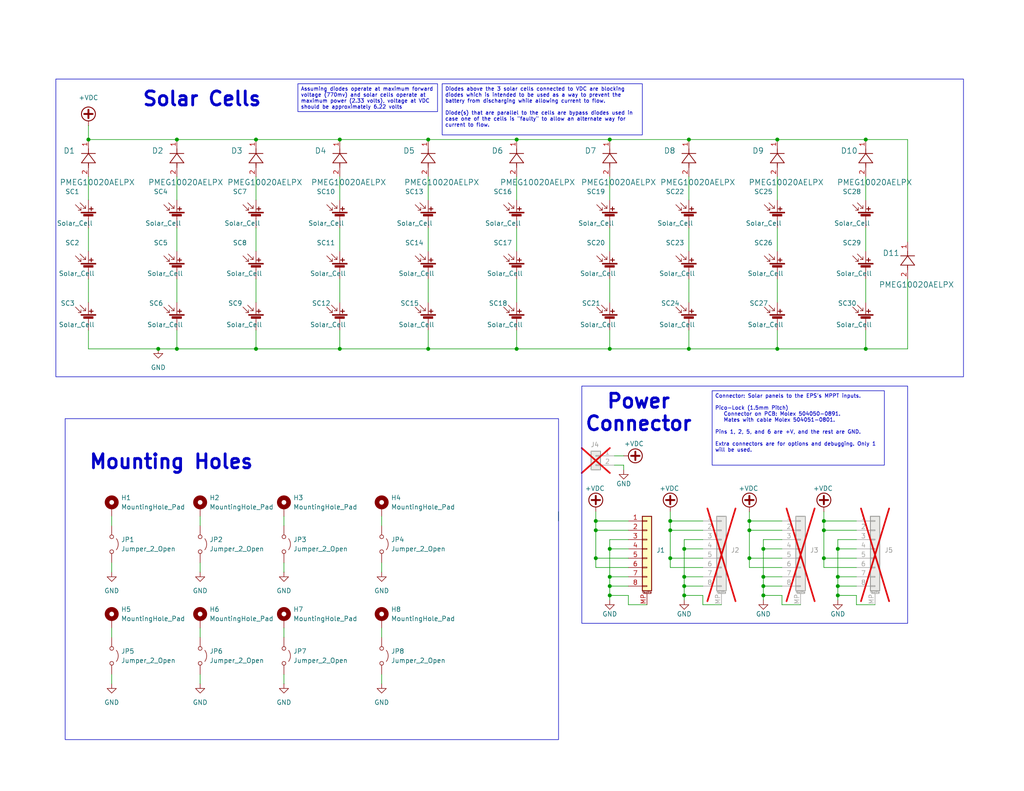
<source format=kicad_sch>
(kicad_sch (version 20231120) (generator "eeschema") (generator_version "8.0")
  (paper "USLetter")
  (title_block (title "TriSolX 1.25U Solar Panel") (date "2024-08-17") (rev "1") (company "CalgaryToSpace"))
  (lib_symbols
    (symbol "Connector_Generic:Conn_01x02" (pin_names (offset 1.016) hide)
      (property "Reference" "J" (at 0 2.54 0))
      (property "Value" "Conn_01x02" (at 0 -5.08 0))
      (symbol "Conn_01x02_1_1"
        (rectangle (start -1.27 -2.413) (end 0 -2.667) (stroke (width 0.1524)))
        (rectangle (start -1.27 0.127) (end 0 -0.127) (stroke (width 0.1524)))
        (rectangle (start -1.27 1.27) (end 1.27 -3.81) (stroke (width 0.254)) (fill (type background)))
        (pin passive line (at -5.08 0 0) (length 3.81) (name "Pin_1") (number "1"))
        (pin passive line (at -5.08 -2.54 0) (length 3.81) (name "Pin_2") (number "2"))
      )
    )
    (symbol "Connector_Generic_MountingPin:Conn_01x08_MountingPin" (pin_names (offset 1.016) hide)
      (property "Reference" "J" (at 0 10.16 0))
      (property "Value" "Conn_01x08_MountingPin" (at 1.27 -12.7 0))
      (symbol "Conn_01x08_MountingPin_1_1"
        (rectangle (start -1.27 -10.033) (end 0 -10.287) (stroke (width 0.1524)))
        (rectangle (start -1.27 -7.493) (end 0 -7.747) (stroke (width 0.1524)))
        (rectangle (start -1.27 -4.953) (end 0 -5.207) (stroke (width 0.1524)))
        (rectangle (start -1.27 -2.413) (end 0 -2.667) (stroke (width 0.1524)))
        (rectangle (start -1.27 0.127) (end 0 -0.127) (stroke (width 0.1524)))
        (rectangle (start -1.27 2.667) (end 0 2.413) (stroke (width 0.1524)))
        (rectangle (start -1.27 5.207) (end 0 4.953) (stroke (width 0.1524)))
        (rectangle (start -1.27 7.747) (end 0 7.493) (stroke (width 0.1524)))
        (rectangle (start -1.27 8.89) (end 1.27 -11.43) (stroke (width 0.254)) (fill (type background)))
        (polyline (pts (xy -1.016 -12.192) (xy 1.016 -12.192)) (stroke (width 0.1524)))
        (text "Mounting" (at 0 -11.811 0) (effects (font (size 0.381 0.381))))
        (pin passive line (at -5.08 7.62 0) (length 3.81) (name "Pin_1") (number "1"))
        (pin passive line (at -5.08 5.08 0) (length 3.81) (name "Pin_2") (number "2"))
        (pin passive line (at -5.08 2.54 0) (length 3.81) (name "Pin_3") (number "3"))
        (pin passive line (at -5.08 0 0) (length 3.81) (name "Pin_4") (number "4"))
        (pin passive line (at -5.08 -2.54 0) (length 3.81) (name "Pin_5") (number "5"))
        (pin passive line (at -5.08 -5.08 0) (length 3.81) (name "Pin_6") (number "6"))
        (pin passive line (at -5.08 -7.62 0) (length 3.81) (name "Pin_7") (number "7"))
        (pin passive line (at -5.08 -10.16 0) (length 3.81) (name "Pin_8") (number "8"))
        (pin passive line (at 0 -15.24 90) (length 3.048) (name "MountPin") (number "MP"))
      )
    )
    (symbol "Device:Solar_Cell" (pin_numbers hide) (pin_names (offset 0) hide)
      (property "Reference" "SC" (at 2.54 2.54 0))
      (property "Value" "Solar_Cell" (at 2.54 0 0))
      (symbol "Solar_Cell_0_1"
        (rectangle (start -2.032 1.778) (end 2.032 1.524) (fill (type outline)))
        (rectangle (start -1.3208 1.1938) (end 1.27 0.6858) (fill (type outline)))
        (polyline (pts (xy -2.032 2.286) (xy -3.556 3.81)))
        (polyline (pts (xy -0.762 2.794) (xy -2.286 4.318)))
        (polyline (pts (xy 0 0.762) (xy 0 0)))
        (polyline (pts (xy 0 1.778) (xy 0 2.54)))
        (polyline (pts (xy 0.254 2.667) (xy 1.27 2.667)) (stroke (width 0.254)))
        (polyline (pts (xy 0.762 3.175) (xy 0.762 2.159)) (stroke (width 0.254)))
        (polyline (pts (xy -2.032 3.048) (xy -2.032 2.286) (xy -2.794 2.286)))
        (polyline (pts (xy -0.762 3.556) (xy -0.762 2.794) (xy -1.524 2.794)))
      )
      (symbol "Solar_Cell_1_1"
        (pin passive line (at 0 5.08 270) (length 2.54) (name "+") (number "1"))
        (pin passive line (at 0 -2.54 90) (length 2.54) (name "-") (number "2"))
      )
    )
    (symbol "Jumper:Jumper_2_Open" (pin_numbers hide) (pin_names (offset 0) hide) (exclude_from_sim yes)
      (property "Reference" "JP" (at 0 2.794 0))
      (property "Value" "Jumper_2_Open" (at 0 -2.286 0))
      (symbol "Jumper_2_Open_0_0"
        (circle (center -2.032 0) (radius 0.508))
        (circle (center 2.032 0) (radius 0.508))
      )
      (symbol "Jumper_2_Open_0_1"
        (arc (start 1.524 1.27) (mid 0 1.778) (end -1.524 1.27))
      )
      (symbol "Jumper_2_Open_1_1"
        (pin passive line (at -5.08 0 0) (length 2.54) (name "A") (number "1"))
        (pin passive line (at 5.08 0 180) (length 2.54) (name "B") (number "2"))
      )
    )
    (symbol "Lib:S3B_R1_00001" (pin_names (offset 0.254))
      (property "Reference" "CR" (at 5.08 4.445 0))
      (property "Value" "S3B_R1_00001" (at 5.08 -3.81 0))
      (symbol "S3B_R1_00001_1_1"
        (polyline (pts (xy 2.54 0) (xy 3.4798 0)) (stroke (width 0.2032)))
        (polyline (pts (xy 3.175 0) (xy 3.81 0)) (stroke (width 0.2032)))
        (polyline (pts (xy 3.81 -1.905) (xy 6.35 0)) (stroke (width 0.2032)))
        (polyline (pts (xy 3.81 1.905) (xy 3.81 -1.905)) (stroke (width 0.2032)))
        (polyline (pts (xy 6.35 -1.905) (xy 6.35 1.905)) (stroke (width 0.2032)))
        (polyline (pts (xy 6.35 0) (xy 3.81 1.905)) (stroke (width 0.2032)))
        (polyline (pts (xy 6.35 0) (xy 7.62 0)) (stroke (width 0.2032)))
        (pin unspecified line (at 10.16 0 180) (length 2.54) (name "") (number "1"))
        (pin unspecified line (at 0 0 0) (length 2.54) (name "") (number "2"))
      )
      (symbol "S3B_R1_00001_1_2"
        (polyline (pts (xy -1.905 3.81) (xy 1.905 3.81)) (stroke (width 0.2032)))
        (polyline (pts (xy 0 2.54) (xy 0 3.4798)) (stroke (width 0.2032)))
        (polyline (pts (xy 0 3.175) (xy 0 3.81)) (stroke (width 0.2032)))
        (polyline (pts (xy 0 6.35) (xy -1.905 3.81)) (stroke (width 0.2032)))
        (polyline (pts (xy 0 6.35) (xy 0 7.62)) (stroke (width 0.2032)))
        (polyline (pts (xy 1.905 3.81) (xy 0 6.35)) (stroke (width 0.2032)))
        (polyline (pts (xy 1.905 6.35) (xy -1.905 6.35)) (stroke (width 0.2032)))
        (pin unspecified line (at 0 10.16 270) (length 2.54) (name "") (number "1"))
        (pin unspecified line (at 0 0 90) (length 2.54) (name "") (number "2"))
      )
    )
    (symbol "Mechanical:MountingHole_Pad" (pin_numbers hide) (pin_names (offset 1.016) hide) (exclude_from_sim yes) (in_bom no)
      (property "Reference" "H" (at 0 6.35 0))
      (property "Value" "MountingHole_Pad" (at 0 4.445 0))
      (symbol "MountingHole_Pad_0_1"
        (circle (center 0 1.27) (radius 1.27) (stroke (width 1.27)))
      )
      (symbol "MountingHole_Pad_1_1"
        (pin input line (at 0 -2.54 90) (length 2.54) (name "1") (number "1"))
      )
    )
    (symbol "power:+VDC" (power) (pin_numbers hide) (pin_names (offset 0) hide)
      (property "Value" "+VDC" (at 0 6.35 0))
      (symbol "+VDC_0_1"
        (polyline (pts (xy -1.143 3.175) (xy 1.143 3.175)) (stroke (width 0.508)))
        (polyline (pts (xy 0 0) (xy 0 1.27)))
        (polyline (pts (xy 0 2.032) (xy 0 4.318)) (stroke (width 0.508)))
        (circle (center 0 3.175) (radius 1.905) (stroke (width 0.254)))
      )
      (symbol "+VDC_1_1"
        (pin power_in line (at 0 0 90) (length 0) (name "~") (number "1"))
      )
    )
    (symbol "power:GND" (power) (pin_numbers hide) (pin_names (offset 0) hide)
      (property "Value" "GND" (at 0 -3.81 0))
      (symbol "GND_0_1"
        (polyline (pts (xy 0 0) (xy 0 -1.27) (xy 1.27 -1.27) (xy 0 -2.54) (xy -1.27 -1.27) (xy 0 -1.27)))
      )
      (symbol "GND_1_1"
        (pin power_in line (at 0 0 270) (length 0) (name "~") (number "1"))
      )
    )
  )
  (junction (at 69.85 38.1))
  (junction (at 208.28 162.56))
  (junction (at 162.56 144.78))
  (junction (at 228.6 160.02))
  (junction (at 116.84 95.25))
  (junction (at 166.37 38.1))
  (junction (at 182.88 142.24))
  (junction (at 208.28 149.86))
  (junction (at 187.96 38.1))
  (junction (at 204.47 152.4))
  (junction (at 166.37 162.56))
  (junction (at 228.6 157.48))
  (junction (at 208.28 157.48))
  (junction (at 212.09 38.1))
  (junction (at 224.79 142.24))
  (junction (at 48.26 38.1))
  (junction (at 182.88 144.78))
  (junction (at 208.28 160.02))
  (junction (at 224.79 152.4))
  (junction (at 182.88 152.4))
  (junction (at 236.22 38.1))
  (junction (at 186.69 162.56))
  (junction (at 228.6 162.56))
  (junction (at 228.6 149.86))
  (junction (at 204.47 144.78))
  (junction (at 204.47 142.24))
  (junction (at 236.22 95.25))
  (junction (at 69.85 95.25))
  (junction (at 212.09 95.25))
  (junction (at 186.69 149.86))
  (junction (at 186.69 160.02))
  (junction (at 92.71 38.1))
  (junction (at 162.56 152.4))
  (junction (at 187.96 95.25))
  (junction (at 166.37 160.02))
  (junction (at 140.97 38.1))
  (junction (at 48.26 95.25))
  (junction (at 166.37 157.48))
  (junction (at 166.37 95.25))
  (junction (at 24.13 38.1))
  (junction (at 116.84 38.1))
  (junction (at 43.18 95.25))
  (junction (at 92.71 95.25))
  (junction (at 186.69 157.48))
  (junction (at 166.37 149.86))
  (junction (at 224.79 144.78))
  (junction (at 140.97 95.25))
  (junction (at 162.56 142.24))
  (wire (pts (xy 69.85 48.26) (xy 69.85 54.61)))
  (wire (pts (xy 182.88 154.94) (xy 182.88 152.4)))
  (wire (pts (xy 204.47 144.78) (xy 213.36 144.78)))
  (wire (pts (xy 182.88 142.24) (xy 191.77 142.24)))
  (wire (pts (xy 92.71 48.26) (xy 92.71 54.61)))
  (wire (pts (xy 166.37 48.26) (xy 166.37 54.61)))
  (wire (pts (xy 204.47 142.24) (xy 213.36 142.24)))
  (wire (pts (xy 224.79 142.24) (xy 224.79 144.78)))
  (wire (pts (xy 224.79 144.78) (xy 224.79 152.4)))
  (wire (pts (xy 77.47 140.97) (xy 77.47 143.51)))
  (wire (pts (xy 247.65 38.1) (xy 247.65 66.04)))
  (wire (pts (xy 187.96 95.25) (xy 212.09 95.25)))
  (wire (pts (xy 187.96 62.23) (xy 187.96 68.58)))
  (wire (pts (xy 166.37 38.1) (xy 187.96 38.1)))
  (wire (pts (xy 166.37 157.48) (xy 171.45 157.48)))
  (wire (pts (xy 204.47 142.24) (xy 204.47 144.78)))
  (wire (pts (xy 171.45 154.94) (xy 162.56 154.94)))
  (wire (pts (xy 212.09 62.23) (xy 212.09 68.58)))
  (wire (pts (xy 48.26 76.2) (xy 48.26 82.55)))
  (wire (pts (xy 24.13 90.17) (xy 24.13 95.25)))
  (wire (pts (xy 24.13 95.25) (xy 43.18 95.25)))
  (wire (pts (xy 69.85 38.1) (xy 92.71 38.1)))
  (wire (pts (xy 182.88 139.7) (xy 182.88 142.24)))
  (wire (pts (xy 167.64 127) (xy 170.18 127)))
  (wire (pts (xy 166.37 76.2) (xy 166.37 82.55)))
  (wire (pts (xy 191.77 154.94) (xy 182.88 154.94)))
  (wire (pts (xy 186.69 160.02) (xy 186.69 162.56)))
  (wire (pts (xy 77.47 153.67) (xy 77.47 156.21)))
  (wire (pts (xy 171.45 147.32) (xy 166.37 147.32)))
  (wire (pts (xy 162.56 152.4) (xy 171.45 152.4)))
  (wire (pts (xy 186.69 160.02) (xy 191.77 160.02)))
  (wire (pts (xy 24.13 38.1) (xy 48.26 38.1)))
  (wire (pts (xy 213.36 147.32) (xy 208.28 147.32)))
  (wire (pts (xy 48.26 48.26) (xy 48.26 54.61)))
  (wire (pts (xy 212.09 90.17) (xy 212.09 95.25)))
  (wire (pts (xy 54.61 140.97) (xy 54.61 143.51)))
  (wire (pts (xy 24.13 76.2) (xy 24.13 82.55)))
  (wire (pts (xy 176.53 165.1) (xy 171.45 165.1)))
  (wire (pts (xy 187.96 76.2) (xy 187.96 82.55)))
  (wire (pts (xy 208.28 160.02) (xy 208.28 162.56)))
  (wire (pts (xy 186.69 162.56) (xy 191.77 162.56)))
  (wire (pts (xy 54.61 153.67) (xy 54.61 156.21)))
  (wire (pts (xy 30.48 140.97) (xy 30.48 143.51)))
  (wire (pts (xy 30.48 184.15) (xy 30.48 186.69)))
  (wire (pts (xy 228.6 157.48) (xy 228.6 160.02)))
  (wire (pts (xy 204.47 139.7) (xy 204.47 142.24)))
  (wire (pts (xy 228.6 160.02) (xy 228.6 162.56)))
  (wire (pts (xy 171.45 165.1) (xy 171.45 162.56)))
  (wire (pts (xy 213.36 154.94) (xy 204.47 154.94)))
  (wire (pts (xy 228.6 147.32) (xy 228.6 149.86)))
  (wire (pts (xy 236.22 38.1) (xy 247.65 38.1)))
  (wire (pts (xy 162.56 144.78) (xy 171.45 144.78)))
  (wire (pts (xy 212.09 38.1) (xy 236.22 38.1)))
  (wire (pts (xy 224.79 154.94) (xy 224.79 152.4)))
  (wire (pts (xy 104.14 140.97) (xy 104.14 143.51)))
  (wire (pts (xy 116.84 76.2) (xy 116.84 82.55)))
  (wire (pts (xy 92.71 95.25) (xy 116.84 95.25)))
  (wire (pts (xy 208.28 160.02) (xy 213.36 160.02)))
  (wire (pts (xy 104.14 171.45) (xy 104.14 173.99)))
  (wire (pts (xy 166.37 95.25) (xy 187.96 95.25)))
  (wire (pts (xy 170.18 128.27) (xy 170.18 127)))
  (wire (pts (xy 140.97 76.2) (xy 140.97 82.55)))
  (wire (pts (xy 116.84 90.17) (xy 116.84 95.25)))
  (wire (pts (xy 208.28 162.56) (xy 213.36 162.56)))
  (wire (pts (xy 48.26 95.25) (xy 69.85 95.25)))
  (wire (pts (xy 218.44 165.1) (xy 213.36 165.1)))
  (wire (pts (xy 162.56 142.24) (xy 162.56 144.78)))
  (wire (pts (xy 182.88 152.4) (xy 191.77 152.4)))
  (wire (pts (xy 162.56 154.94) (xy 162.56 152.4)))
  (wire (pts (xy 208.28 157.48) (xy 208.28 160.02)))
  (wire (pts (xy 152.4 139.7) (xy 152.4 142.24)))
  (wire (pts (xy 69.85 90.17) (xy 69.85 95.25)))
  (wire (pts (xy 224.79 142.24) (xy 233.68 142.24)))
  (wire (pts (xy 233.68 147.32) (xy 228.6 147.32)))
  (wire (pts (xy 204.47 154.94) (xy 204.47 152.4)))
  (wire (pts (xy 208.28 162.56) (xy 208.28 163.83)))
  (wire (pts (xy 228.6 162.56) (xy 228.6 163.83)))
  (wire (pts (xy 162.56 142.24) (xy 171.45 142.24)))
  (wire (pts (xy 204.47 152.4) (xy 213.36 152.4)))
  (wire (pts (xy 208.28 147.32) (xy 208.28 149.86)))
  (wire (pts (xy 30.48 153.67) (xy 30.48 156.21)))
  (wire (pts (xy 92.71 38.1) (xy 116.84 38.1)))
  (wire (pts (xy 228.6 149.86) (xy 228.6 157.48)))
  (wire (pts (xy 204.47 144.78) (xy 204.47 152.4)))
  (wire (pts (xy 166.37 160.02) (xy 166.37 162.56)))
  (wire (pts (xy 187.96 38.1) (xy 212.09 38.1)))
  (wire (pts (xy 77.47 171.45) (xy 77.47 173.99)))
  (wire (pts (xy 233.68 154.94) (xy 224.79 154.94)))
  (wire (pts (xy 48.26 90.17) (xy 48.26 95.25)))
  (wire (pts (xy 104.14 153.67) (xy 104.14 156.21)))
  (wire (pts (xy 92.71 76.2) (xy 92.71 82.55)))
  (wire (pts (xy 92.71 62.23) (xy 92.71 68.58)))
  (wire (pts (xy 186.69 157.48) (xy 186.69 160.02)))
  (wire (pts (xy 187.96 90.17) (xy 187.96 95.25)))
  (wire (pts (xy 92.71 90.17) (xy 92.71 95.25)))
  (wire (pts (xy 69.85 62.23) (xy 69.85 68.58)))
  (wire (pts (xy 228.6 157.48) (xy 233.68 157.48)))
  (wire (pts (xy 213.36 165.1) (xy 213.36 162.56)))
  (wire (pts (xy 186.69 157.48) (xy 191.77 157.48)))
  (wire (pts (xy 140.97 62.23) (xy 140.97 68.58)))
  (wire (pts (xy 228.6 162.56) (xy 233.68 162.56)))
  (wire (pts (xy 30.48 171.45) (xy 30.48 173.99)))
  (wire (pts (xy 166.37 90.17) (xy 166.37 95.25)))
  (wire (pts (xy 166.37 149.86) (xy 171.45 149.86)))
  (wire (pts (xy 182.88 144.78) (xy 191.77 144.78)))
  (wire (pts (xy 166.37 162.56) (xy 166.37 163.83)))
  (wire (pts (xy 238.76 165.1) (xy 233.68 165.1)))
  (wire (pts (xy 24.13 62.23) (xy 24.13 68.58)))
  (wire (pts (xy 191.77 147.32) (xy 186.69 147.32)))
  (wire (pts (xy 228.6 160.02) (xy 233.68 160.02)))
  (wire (pts (xy 116.84 48.26) (xy 116.84 54.61)))
  (wire (pts (xy 48.26 62.23) (xy 48.26 68.58)))
  (wire (pts (xy 140.97 48.26) (xy 140.97 54.61)))
  (wire (pts (xy 166.37 162.56) (xy 171.45 162.56)))
  (wire (pts (xy 233.68 165.1) (xy 233.68 162.56)))
  (wire (pts (xy 166.37 160.02) (xy 171.45 160.02)))
  (wire (pts (xy 182.88 142.24) (xy 182.88 144.78)))
  (wire (pts (xy 196.85 165.1) (xy 191.77 165.1)))
  (wire (pts (xy 208.28 149.86) (xy 213.36 149.86)))
  (wire (pts (xy 208.28 149.86) (xy 208.28 157.48)))
  (wire (pts (xy 43.18 95.25) (xy 48.26 95.25)))
  (wire (pts (xy 104.14 184.15) (xy 104.14 186.69)))
  (wire (pts (xy 212.09 95.25) (xy 236.22 95.25)))
  (wire (pts (xy 167.64 124.46) (xy 170.18 124.46)))
  (wire (pts (xy 186.69 149.86) (xy 186.69 157.48)))
  (wire (pts (xy 186.69 162.56) (xy 186.69 163.83)))
  (wire (pts (xy 140.97 90.17) (xy 140.97 95.25)))
  (wire (pts (xy 186.69 147.32) (xy 186.69 149.86)))
  (wire (pts (xy 166.37 149.86) (xy 166.37 157.48)))
  (wire (pts (xy 116.84 95.25) (xy 140.97 95.25)))
  (wire (pts (xy 69.85 95.25) (xy 92.71 95.25)))
  (wire (pts (xy 116.84 38.1) (xy 140.97 38.1)))
  (wire (pts (xy 166.37 157.48) (xy 166.37 160.02)))
  (wire (pts (xy 224.79 139.7) (xy 224.79 142.24)))
  (wire (pts (xy 140.97 38.1) (xy 166.37 38.1)))
  (wire (pts (xy 236.22 62.23) (xy 236.22 68.58)))
  (wire (pts (xy 77.47 184.15) (xy 77.47 186.69)))
  (wire (pts (xy 187.96 48.26) (xy 187.96 54.61)))
  (wire (pts (xy 208.28 157.48) (xy 213.36 157.48)))
  (wire (pts (xy 236.22 90.17) (xy 236.22 95.25)))
  (wire (pts (xy 116.84 62.23) (xy 116.84 68.58)))
  (wire (pts (xy 247.65 95.25) (xy 236.22 95.25)))
  (wire (pts (xy 162.56 144.78) (xy 162.56 152.4)))
  (wire (pts (xy 140.97 95.25) (xy 166.37 95.25)))
  (wire (pts (xy 54.61 171.45) (xy 54.61 173.99)))
  (wire (pts (xy 166.37 147.32) (xy 166.37 149.86)))
  (wire (pts (xy 236.22 48.26) (xy 236.22 54.61)))
  (wire (pts (xy 24.13 34.29) (xy 24.13 38.1)))
  (wire (pts (xy 69.85 76.2) (xy 69.85 82.55)))
  (wire (pts (xy 191.77 165.1) (xy 191.77 162.56)))
  (wire (pts (xy 24.13 48.26) (xy 24.13 54.61)))
  (wire (pts (xy 212.09 76.2) (xy 212.09 82.55)))
  (wire (pts (xy 186.69 149.86) (xy 191.77 149.86)))
  (wire (pts (xy 166.37 62.23) (xy 166.37 68.58)))
  (wire (pts (xy 54.61 184.15) (xy 54.61 186.69)))
  (wire (pts (xy 182.88 144.78) (xy 182.88 152.4)))
  (wire (pts (xy 224.79 144.78) (xy 233.68 144.78)))
  (wire (pts (xy 162.56 139.7) (xy 162.56 142.24)))
  (wire (pts (xy 212.09 48.26) (xy 212.09 54.61)))
  (wire (pts (xy 247.65 76.2) (xy 247.65 95.25)))
  (wire (pts (xy 228.6 149.86) (xy 233.68 149.86)))
  (wire (pts (xy 48.26 38.1) (xy 69.85 38.1)))
  (wire (pts (xy 224.79 152.4) (xy 233.68 152.4)))
  (wire (pts (xy 236.22 76.2) (xy 236.22 82.55)))
  (rectangle (start 15.24 21.59) (end 262.89 102.87))
  (rectangle (start 17.78 114.3) (end 152.4 201.93))
  (rectangle (start 158.75 105.41) (end 247.65 170.18))
  (text_box "Diodes above the 3 solar cells connected to VDC are blocking diodes which is intended to be used as a way to prevent the battery from discharging while allowing current to flow.\n\nDiode(s) that are parallel to the cells are bypass diodes used in case one of the cells is \"faulty\" to allow an alternate way for current to flow.\n" (at 120.65 22.86 0) (size 54.61 13.97) (effects (font (size 1.016 1.016)) (justify left top)))
  (text_box "Connector: Solar panels to the EPS's MPPT inputs.\n\nPico-Lock (1.5mm Pitch)\n   Connector on PCB: Molex 504050-0891.\n   Mates with cable Molex 504051-0801.\n\nPins 1, 2, 5, and 6 are +V, and the rest are GND.\n\nExtra connectors are for options and debugging. Only 1 will be used." (at 194.31 106.68 0) (size 46.99 20.32) (effects (font (size 1.016 1.016)) (justify left top)))
  (text_box "Assuming diodes operate at maximum forward voltage (770mv) and solar cells operate at maximum power (2.33 volts), voltage at VDC should be approximately 6.22 volts\n" (at 81.28 22.86 0) (size 38.1 7.62) (effects (font (size 1.016 1.016)) (justify left top)))
  (text "Power\nConnector" (at 174.244 112.776 0) (effects (font (size 3.81 3.81) (thickness 0.762) (bold yes))))
  (text "Mounting Holes" (at 46.736 126.238 0) (effects (font (size 3.81 3.81) (thickness 0.762) (bold yes))))
  (text "Solar Cells" (at 55.118 27.178 0) (effects (font (size 3.81 3.81) (thickness 0.762) (bold yes))))
  (symbol (lib_id "Lib:S3B_R1_00001") (at 187.96 48.26 90) (unit 1)
    (property "Reference" "D8" (at 181.102 41.148 90) (effects (font (size 1.524 1.524)) (justify right)))
    (property "Value" "PMEG10020AELPX" (at 180.086 49.784 90) (effects (font (size 1.524 1.524)) (justify right)))
    (property "Footprint" "Solar Panel Library:PMEG10020AELPX" (effects (hide yes)))
    (property "Datasheet" "S3BB-13-F" (effects (hide yes)))
  )
  (symbol (lib_id "Device:Solar_Cell") (at 187.96 73.66 0) (unit 1)
    (property "Reference" "SC23" (at 181.61 66.294 0) (effects (justify left)))
    (property "Value" "Solar_Cell" (at 179.832 74.676 0) (effects (justify left)))
    (property "Footprint" "Solar Panel Library:TrisolX Solar Wings" (effects (hide yes)))
    (property "Description" "Single solar cell" (effects (hide yes)))
  )
  (symbol (lib_id "Device:Solar_Cell") (at 166.37 87.63 0) (unit 1)
    (property "Reference" "SC21" (at 158.75 82.804 0) (effects (justify left)))
    (property "Value" "Solar_Cell" (at 158.242 88.646 0) (effects (justify left)))
    (property "Footprint" "Solar Panel Library:TrisolX Solar Wings" (effects (hide yes)))
    (property "Description" "Single solar cell" (effects (hide yes)))
  )
  (symbol (lib_id "Jumper:Jumper_2_Open") (at 104.14 148.59 270) (unit 1) (exclude_from_sim yes)
    (property "Reference" "JP4" (at 106.68 147.3199 90) (effects (justify left)))
    (property "Value" "Jumper_2_Open" (at 106.68 149.8599 90) (effects (justify left)))
    (property "Footprint" "Jumper:SolderJumper-2_P1.3mm_Open_Pad1.0x1.5mm" (effects (hide yes)))
    (property "Description" "Jumper, 2-pole, open" (effects (hide yes)))
  )
  (symbol (lib_id "Lib:S3B_R1_00001") (at 116.84 48.26 90) (unit 1)
    (property "Reference" "D5" (at 109.982 41.148 90) (effects (font (size 1.524 1.524)) (justify right)))
    (property "Value" "PMEG10020AELPX" (at 110.236 49.784 90) (effects (font (size 1.524 1.524)) (justify right)))
    (property "Footprint" "Solar Panel Library:PMEG10020AELPX" (effects (hide yes)))
    (property "Datasheet" "S3BB-13-F" (effects (hide yes)))
  )
  (symbol (lib_id "Connector_Generic_MountingPin:Conn_01x08_MountingPin") (at 176.53 149.86 0) (unit 1)
    (property "Reference" "J1" (at 179.07 150.2155 0) (effects (justify left)))
    (property "Value" "Conn_01x08_MountingPin" (effects (hide yes)))
    (property "Footprint" "Connector_Molex:Molex_PicoBlade_53261-0871_1x08-1MP_P1.25mm_Horizontal" (effects (hide yes)))
    (property "Description" "Generic connectable mounting pin connector, single row, 01x08, script generated (kicad-library-utils/schlib/autogen/connector/)" (effects (hide yes)))
  )
  (symbol (lib_id "Connector_Generic_MountingPin:Conn_01x08_MountingPin") (at 218.44 149.86 0) (unit 1) (dnp yes)
    (property "Reference" "J3" (at 220.98 150.2155 0) (effects (justify left)))
    (property "Value" "Conn_01x08_MountingPin" (effects (hide yes)))
    (property "Footprint" "Connector_Molex:Molex_PicoBlade_53261-0871_1x08-1MP_P1.25mm_Horizontal" (effects (hide yes)))
    (property "Description" "Generic connectable mounting pin connector, single row, 01x08, script generated (kicad-library-utils/schlib/autogen/connector/)" (effects (hide yes)))
  )
  (symbol (lib_id "power:GND") (at 77.47 156.21 0) (unit 1)
    (property "Reference" "#PWR08" (effects (hide yes)))
    (property "Value" "GND" (at 77.47 161.29 0))
    (property "Description" "Power symbol creates a global label with name \"GND\" , ground" (effects (hide yes)))
  )
  (symbol (lib_id "Connector_Generic:Conn_01x02") (at 162.56 124.46 0) (mirror y) (unit 1) (dnp yes)
    (property "Reference" "J4" (at 162.306 121.412 0))
    (property "Value" "Conn_01x02" (effects (hide yes)))
    (property "Footprint" "Connector_PinHeader_2.54mm:PinHeader_2x01_P2.54mm_Vertical" (effects (hide yes)))
    (property "Description" "Generic connector, single row, 01x02, script generated (kicad-library-utils/schlib/autogen/connector/)" (effects (hide yes)))
  )
  (symbol (lib_id "Lib:S3B_R1_00001") (at 140.97 48.26 90) (unit 1)
    (property "Reference" "D6" (at 134.112 41.148 90) (effects (font (size 1.524 1.524)) (justify right)))
    (property "Value" "PMEG10020AELPX" (at 136.398 49.784 90) (effects (font (size 1.524 1.524)) (justify right)))
    (property "Footprint" "Solar Panel Library:PMEG10020AELPX" (effects (hide yes)))
    (property "Datasheet" "S3BB-13-F" (effects (hide yes)))
  )
  (symbol (lib_id "Device:Solar_Cell") (at 48.26 59.69 0) (unit 1)
    (property "Reference" "SC4" (at 41.91 52.324 0) (effects (justify left)))
    (property "Value" "Solar_Cell" (at 39.624 60.96 0) (effects (justify left)))
    (property "Footprint" "Solar Panel Library:TrisolX Solar Wings" (effects (hide yes)))
    (property "Description" "Single solar cell" (effects (hide yes)))
  )
  (symbol (lib_id "Device:Solar_Cell") (at 212.09 87.63 0) (unit 1)
    (property "Reference" "SC27" (at 204.47 82.804 0) (effects (justify left)))
    (property "Value" "Solar_Cell" (at 203.962 88.646 0) (effects (justify left)))
    (property "Footprint" "Solar Panel Library:TrisolX Solar Wings" (effects (hide yes)))
    (property "Description" "Single solar cell" (effects (hide yes)))
  )
  (symbol (lib_id "Device:Solar_Cell") (at 116.84 59.69 0) (unit 1)
    (property "Reference" "SC13" (at 110.49 52.324 0) (effects (justify left)))
    (property "Value" "Solar_Cell" (at 108.204 60.96 0) (effects (justify left)))
    (property "Footprint" "Solar Panel Library:TrisolX Solar Wings" (effects (hide yes)))
    (property "Description" "Single solar cell" (effects (hide yes)))
  )
  (symbol (lib_id "Jumper:Jumper_2_Open") (at 104.14 179.07 270) (unit 1) (exclude_from_sim yes)
    (property "Reference" "JP8" (at 106.68 177.7999 90) (effects (justify left)))
    (property "Value" "Jumper_2_Open" (at 106.68 180.3399 90) (effects (justify left)))
    (property "Footprint" "Jumper:SolderJumper-2_P1.3mm_Open_Pad1.0x1.5mm" (effects (hide yes)))
    (property "Description" "Jumper, 2-pole, open" (effects (hide yes)))
  )
  (symbol (lib_id "Device:Solar_Cell") (at 92.71 59.69 0) (unit 1)
    (property "Reference" "SC10" (at 86.36 52.324 0) (effects (justify left)))
    (property "Value" "Solar_Cell" (at 84.074 60.96 0) (effects (justify left)))
    (property "Footprint" "Solar Panel Library:TrisolX Solar Wings" (effects (hide yes)))
    (property "Description" "Single solar cell" (effects (hide yes)))
  )
  (symbol (lib_id "Device:Solar_Cell") (at 69.85 73.66 0) (unit 1)
    (property "Reference" "SC8" (at 63.5 66.294 0) (effects (justify left)))
    (property "Value" "Solar_Cell" (at 61.722 74.676 0) (effects (justify left)))
    (property "Footprint" "Solar Panel Library:TrisolX Solar Wings" (effects (hide yes)))
    (property "Description" "Single solar cell" (effects (hide yes)))
  )
  (symbol (lib_id "Mechanical:MountingHole_Pad") (at 104.14 168.91 0) (unit 1) (exclude_from_sim yes) (in_bom no)
    (property "Reference" "H8" (at 106.68 166.3699 0) (effects (justify left)))
    (property "Value" "MountingHole_Pad" (at 106.68 168.9099 0) (effects (justify left)))
    (property "Footprint" "MountingHole:MountingHole_3.2mm_M3_DIN965_Pad" (effects (hide yes)))
    (property "Description" "Mounting Hole with connection" (effects (hide yes)))
  )
  (symbol (lib_id "power:GND") (at 30.48 186.69 0) (unit 1)
    (property "Reference" "#PWR010" (effects (hide yes)))
    (property "Value" "GND" (at 30.48 191.77 0))
    (property "Description" "Power symbol creates a global label with name \"GND\" , ground" (effects (hide yes)))
  )
  (symbol (lib_id "Device:Solar_Cell") (at 236.22 59.69 0) (unit 1)
    (property "Reference" "SC28" (at 229.87 52.324 0) (effects (justify left)))
    (property "Value" "Solar_Cell" (at 227.584 60.96 0) (effects (justify left)))
    (property "Footprint" "Solar Panel Library:TrisolX Solar Wings" (effects (hide yes)))
    (property "Description" "Single solar cell" (effects (hide yes)))
  )
  (symbol (lib_id "Jumper:Jumper_2_Open") (at 30.48 148.59 270) (unit 1) (exclude_from_sim yes)
    (property "Reference" "JP1" (at 33.02 147.3199 90) (effects (justify left)))
    (property "Value" "Jumper_2_Open" (at 33.02 149.8599 90) (effects (justify left)))
    (property "Footprint" "Jumper:SolderJumper-2_P1.3mm_Open_Pad1.0x1.5mm" (effects (hide yes)))
    (property "Description" "Jumper, 2-pole, open" (effects (hide yes)))
  )
  (symbol (lib_id "power:+VDC") (at 204.47 139.7 0) (unit 1)
    (property "Reference" "#PWR015" (effects (hide yes)))
    (property "Value" "+VDC" (at 204.216 133.35 0))
    (property "Description" "Power symbol creates a global label with name \"+VDC\"" (effects (hide yes)))
  )
  (symbol (lib_id "Device:Solar_Cell") (at 236.22 73.66 0) (unit 1)
    (property "Reference" "SC29" (at 229.87 66.294 0) (effects (justify left)))
    (property "Value" "Solar_Cell" (at 228.092 74.676 0) (effects (justify left)))
    (property "Footprint" "Solar Panel Library:TrisolX Solar Wings" (effects (hide yes)))
    (property "Description" "Single solar cell" (effects (hide yes)))
  )
  (symbol (lib_id "power:GND") (at 54.61 186.69 0) (unit 1)
    (property "Reference" "#PWR011" (effects (hide yes)))
    (property "Value" "GND" (at 54.61 191.77 0))
    (property "Description" "Power symbol creates a global label with name \"GND\" , ground" (effects (hide yes)))
  )
  (symbol (lib_id "Device:Solar_Cell") (at 69.85 59.69 0) (unit 1)
    (property "Reference" "SC7" (at 63.5 52.324 0) (effects (justify left)))
    (property "Value" "Solar_Cell" (at 61.214 60.96 0) (effects (justify left)))
    (property "Footprint" "Solar Panel Library:TrisolX Solar Wings" (effects (hide yes)))
    (property "Description" "Single solar cell" (effects (hide yes)))
  )
  (symbol (lib_id "Device:Solar_Cell") (at 140.97 59.69 0) (unit 1)
    (property "Reference" "SC16" (at 134.62 52.324 0) (effects (justify left)))
    (property "Value" "Solar_Cell" (at 132.334 60.96 0) (effects (justify left)))
    (property "Footprint" "Solar Panel Library:TrisolX Solar Wings" (effects (hide yes)))
    (property "Description" "Single solar cell" (effects (hide yes)))
  )
  (symbol (lib_id "Device:Solar_Cell") (at 69.85 87.63 0) (unit 1)
    (property "Reference" "SC9" (at 62.23 82.804 0) (effects (justify left)))
    (property "Value" "Solar_Cell" (at 61.722 88.646 0) (effects (justify left)))
    (property "Footprint" "Solar Panel Library:TrisolX Solar Wings" (effects (hide yes)))
    (property "Description" "Single solar cell" (effects (hide yes)))
  )
  (symbol (lib_id "Device:Solar_Cell") (at 212.09 59.69 0) (unit 1)
    (property "Reference" "SC25" (at 205.74 52.324 0) (effects (justify left)))
    (property "Value" "Solar_Cell" (at 203.454 60.96 0) (effects (justify left)))
    (property "Footprint" "Solar Panel Library:TrisolX Solar Wings" (effects (hide yes)))
    (property "Description" "Single solar cell" (effects (hide yes)))
  )
  (symbol (lib_id "power:GND") (at 104.14 186.69 0) (unit 1)
    (property "Reference" "#PWR013" (effects (hide yes)))
    (property "Value" "GND" (at 104.14 191.77 0))
    (property "Description" "Power symbol creates a global label with name \"GND\" , ground" (effects (hide yes)))
  )
  (symbol (lib_id "Device:Solar_Cell") (at 187.96 87.63 0) (unit 1)
    (property "Reference" "SC24" (at 180.34 82.804 0) (effects (justify left)))
    (property "Value" "Solar_Cell" (at 179.832 88.646 0) (effects (justify left)))
    (property "Footprint" "Solar Panel Library:TrisolX Solar Wings" (effects (hide yes)))
    (property "Description" "Single solar cell" (effects (hide yes)))
  )
  (symbol (lib_id "Device:Solar_Cell") (at 92.71 87.63 0) (unit 1)
    (property "Reference" "SC12" (at 85.09 82.804 0) (effects (justify left)))
    (property "Value" "Solar_Cell" (at 84.582 88.646 0) (effects (justify left)))
    (property "Footprint" "Solar Panel Library:TrisolX Solar Wings" (effects (hide yes)))
    (property "Description" "Single solar cell" (effects (hide yes)))
  )
  (symbol (lib_id "Device:Solar_Cell") (at 140.97 73.66 0) (unit 1)
    (property "Reference" "SC17" (at 134.62 66.294 0) (effects (justify left)))
    (property "Value" "Solar_Cell" (at 132.842 74.676 0) (effects (justify left)))
    (property "Footprint" "Solar Panel Library:TrisolX Solar Wings" (effects (hide yes)))
    (property "Description" "Single solar cell" (effects (hide yes)))
  )
  (symbol (lib_id "power:+VDC") (at 224.79 139.7 0) (unit 1)
    (property "Reference" "#PWR019" (effects (hide yes)))
    (property "Value" "+VDC" (at 224.536 133.35 0))
    (property "Description" "Power symbol creates a global label with name \"+VDC\"" (effects (hide yes)))
  )
  (symbol (lib_id "Mechanical:MountingHole_Pad") (at 30.48 138.43 0) (unit 1) (exclude_from_sim yes) (in_bom no)
    (property "Reference" "H1" (at 33.02 135.8899 0) (effects (justify left)))
    (property "Value" "MountingHole_Pad" (at 33.02 138.4299 0) (effects (justify left)))
    (property "Footprint" "MountingHole:MountingHole_3.2mm_M3_DIN965_Pad" (effects (hide yes)))
    (property "Description" "Mounting Hole with connection" (effects (hide yes)))
  )
  (symbol (lib_id "Mechanical:MountingHole_Pad") (at 54.61 168.91 0) (unit 1) (exclude_from_sim yes) (in_bom no)
    (property "Reference" "H6" (at 57.15 166.3699 0) (effects (justify left)))
    (property "Value" "MountingHole_Pad" (at 57.15 168.9099 0) (effects (justify left)))
    (property "Footprint" "MountingHole:MountingHole_3.2mm_M3_DIN965_Pad" (effects (hide yes)))
    (property "Description" "Mounting Hole with connection" (effects (hide yes)))
  )
  (symbol (lib_id "Mechanical:MountingHole_Pad") (at 104.14 138.43 0) (unit 1) (exclude_from_sim yes) (in_bom no)
    (property "Reference" "H4" (at 106.68 135.8899 0) (effects (justify left)))
    (property "Value" "MountingHole_Pad" (at 106.68 138.4299 0) (effects (justify left)))
    (property "Footprint" "MountingHole:MountingHole_3.2mm_M3_DIN965_Pad" (effects (hide yes)))
    (property "Description" "Mounting Hole with connection" (effects (hide yes)))
  )
  (symbol (lib_id "power:GND") (at 228.6 163.83 0) (unit 1)
    (property "Reference" "#PWR020" (effects (hide yes)))
    (property "Value" "GND" (at 228.6 167.64 0))
    (property "Description" "Power symbol creates a global label with name \"GND\" , ground" (effects (hide yes)))
  )
  (symbol (lib_id "Lib:S3B_R1_00001") (at 166.37 48.26 90) (unit 1)
    (property "Reference" "D7" (at 159.512 41.148 90) (effects (font (size 1.524 1.524)) (justify right)))
    (property "Value" "PMEG10020AELPX" (at 158.496 49.784 90) (effects (font (size 1.524 1.524)) (justify right)))
    (property "Footprint" "Solar Panel Library:PMEG10020AELPX" (effects (hide yes)))
    (property "Datasheet" "S3BB-13-F" (effects (hide yes)))
  )
  (symbol (lib_id "power:GND") (at 186.69 163.83 0) (unit 1)
    (property "Reference" "#PWR014" (effects (hide yes)))
    (property "Value" "GND" (at 186.69 167.64 0))
    (property "Description" "Power symbol creates a global label with name \"GND\" , ground" (effects (hide yes)))
  )
  (symbol (lib_id "Lib:S3B_R1_00001") (at 247.65 76.2 90) (unit 1)
    (property "Reference" "D11" (at 240.792 69.088 90) (effects (font (size 1.524 1.524)) (justify right)))
    (property "Value" "PMEG10020AELPX" (at 239.776 77.724 90) (effects (font (size 1.524 1.524)) (justify right)))
    (property "Footprint" "Solar Panel Library:PMEG10020AELPX" (effects (hide yes)))
    (property "Datasheet" "S3BB-13-F" (effects (hide yes)))
  )
  (symbol (lib_id "Mechanical:MountingHole_Pad") (at 77.47 168.91 0) (unit 1) (exclude_from_sim yes) (in_bom no)
    (property "Reference" "H7" (at 80.01 166.3699 0) (effects (justify left)))
    (property "Value" "MountingHole_Pad" (at 80.01 168.9099 0) (effects (justify left)))
    (property "Footprint" "MountingHole:MountingHole_3.2mm_M3_DIN965_Pad" (effects (hide yes)))
    (property "Description" "Mounting Hole with connection" (effects (hide yes)))
  )
  (symbol (lib_id "Jumper:Jumper_2_Open") (at 54.61 179.07 270) (unit 1) (exclude_from_sim yes)
    (property "Reference" "JP6" (at 57.15 177.7999 90) (effects (justify left)))
    (property "Value" "Jumper_2_Open" (at 57.15 180.3399 90) (effects (justify left)))
    (property "Footprint" "Jumper:SolderJumper-2_P1.3mm_Open_Pad1.0x1.5mm" (effects (hide yes)))
    (property "Description" "Jumper, 2-pole, open" (effects (hide yes)))
  )
  (symbol (lib_id "Device:Solar_Cell") (at 24.13 87.63 0) (unit 1)
    (property "Reference" "SC3" (at 16.51 82.804 0) (effects (justify left)))
    (property "Value" "Solar_Cell" (at 16.002 88.646 0) (effects (justify left)))
    (property "Footprint" "Solar Panel Library:TrisolX Solar Wings" (effects (hide yes)))
    (property "Description" "Single solar cell" (effects (hide yes)))
  )
  (symbol (lib_id "Device:Solar_Cell") (at 212.09 73.66 0) (unit 1)
    (property "Reference" "SC26" (at 205.74 66.294 0) (effects (justify left)))
    (property "Value" "Solar_Cell" (at 203.962 74.676 0) (effects (justify left)))
    (property "Footprint" "Solar Panel Library:TrisolX Solar Wings" (effects (hide yes)))
    (property "Description" "Single solar cell" (effects (hide yes)))
  )
  (symbol (lib_id "Mechanical:MountingHole_Pad") (at 30.48 168.91 0) (unit 1) (exclude_from_sim yes) (in_bom no)
    (property "Reference" "H5" (at 33.02 166.3699 0) (effects (justify left)))
    (property "Value" "MountingHole_Pad" (at 33.02 168.9099 0) (effects (justify left)))
    (property "Footprint" "MountingHole:MountingHole_3.2mm_M3_DIN965_Pad" (effects (hide yes)))
    (property "Description" "Mounting Hole with connection" (effects (hide yes)))
  )
  (symbol (lib_id "Lib:S3B_R1_00001") (at 212.09 48.26 90) (unit 1)
    (property "Reference" "D9" (at 205.232 41.148 90) (effects (font (size 1.524 1.524)) (justify right)))
    (property "Value" "PMEG10020AELPX" (at 204.216 49.784 90) (effects (font (size 1.524 1.524)) (justify right)))
    (property "Footprint" "Solar Panel Library:PMEG10020AELPX" (effects (hide yes)))
    (property "Datasheet" "S3BB-13-F" (effects (hide yes)))
  )
  (symbol (lib_id "power:GND") (at 30.48 156.21 0) (unit 1)
    (property "Reference" "#PWR06" (effects (hide yes)))
    (property "Value" "GND" (at 30.48 161.29 0))
    (property "Description" "Power symbol creates a global label with name \"GND\" , ground" (effects (hide yes)))
  )
  (symbol (lib_id "Device:Solar_Cell") (at 187.96 59.69 0) (unit 1)
    (property "Reference" "SC22" (at 181.61 52.324 0) (effects (justify left)))
    (property "Value" "Solar_Cell" (at 179.324 60.96 0) (effects (justify left)))
    (property "Footprint" "Solar Panel Library:TrisolX Solar Wings" (effects (hide yes)))
    (property "Description" "Single solar cell" (effects (hide yes)))
  )
  (symbol (lib_id "Connector_Generic_MountingPin:Conn_01x08_MountingPin") (at 196.85 149.86 0) (unit 1) (dnp yes)
    (property "Reference" "J2" (at 199.39 150.2155 0) (effects (justify left)))
    (property "Value" "Conn_01x08_MountingPin" (effects (hide yes)))
    (property "Footprint" "Connector_Molex:Molex_PicoBlade_53261-0871_1x08-1MP_P1.25mm_Horizontal" (effects (hide yes)))
    (property "Description" "Generic connectable mounting pin connector, single row, 01x08, script generated (kicad-library-utils/schlib/autogen/connector/)" (effects (hide yes)))
  )
  (symbol (lib_id "Mechanical:MountingHole_Pad") (at 77.47 138.43 0) (unit 1) (exclude_from_sim yes) (in_bom no)
    (property "Reference" "H3" (at 80.01 135.8899 0) (effects (justify left)))
    (property "Value" "MountingHole_Pad" (at 80.01 138.4299 0) (effects (justify left)))
    (property "Footprint" "MountingHole:MountingHole_3.2mm_M3_DIN965_Pad" (effects (hide yes)))
    (property "Description" "Mounting Hole with connection" (effects (hide yes)))
  )
  (symbol (lib_id "power:GND") (at 43.18 95.25 0) (unit 1)
    (property "Reference" "#PWR01" (effects (hide yes)))
    (property "Value" "GND" (at 43.18 100.33 0))
    (property "Description" "Power symbol creates a global label with name \"GND\" , ground" (effects (hide yes)))
  )
  (symbol (lib_id "power:GND") (at 77.47 186.69 0) (unit 1)
    (property "Reference" "#PWR012" (effects (hide yes)))
    (property "Value" "GND" (at 77.47 191.77 0))
    (property "Description" "Power symbol creates a global label with name \"GND\" , ground" (effects (hide yes)))
  )
  (symbol (lib_id "Lib:S3B_R1_00001") (at 48.26 48.26 90) (unit 1)
    (property "Reference" "D2" (at 41.402 41.148 90) (effects (font (size 1.524 1.524)) (justify right)))
    (property "Value" "PMEG10020AELPX" (at 40.386 49.784 90) (effects (font (size 1.524 1.524)) (justify right)))
    (property "Footprint" "Solar Panel Library:PMEG10020AELPX" (effects (hide yes)))
    (property "Datasheet" "S3BB-13-F" (effects (hide yes)))
  )
  (symbol (lib_id "Device:Solar_Cell") (at 236.22 87.63 0) (unit 1)
    (property "Reference" "SC30" (at 228.6 82.804 0) (effects (justify left)))
    (property "Value" "Solar_Cell" (at 228.092 88.646 0) (effects (justify left)))
    (property "Footprint" "Solar Panel Library:TrisolX Solar Wings" (effects (hide yes)))
    (property "Description" "Single solar cell" (effects (hide yes)))
  )
  (symbol (lib_id "power:+VDC") (at 162.56 139.7 0) (unit 1)
    (property "Reference" "#PWR05" (effects (hide yes)))
    (property "Value" "+VDC" (at 162.306 133.35 0))
    (property "Description" "Power symbol creates a global label with name \"+VDC\"" (effects (hide yes)))
  )
  (symbol (lib_id "Jumper:Jumper_2_Open") (at 30.48 179.07 270) (unit 1) (exclude_from_sim yes)
    (property "Reference" "JP5" (at 33.02 177.7999 90) (effects (justify left)))
    (property "Value" "Jumper_2_Open" (at 33.02 180.3399 90) (effects (justify left)))
    (property "Footprint" "Jumper:SolderJumper-2_P1.3mm_Open_Pad1.0x1.5mm" (effects (hide yes)))
    (property "Description" "Jumper, 2-pole, open" (effects (hide yes)))
  )
  (symbol (lib_id "power:+VDC") (at 182.88 139.7 0) (unit 1)
    (property "Reference" "#PWR03" (effects (hide yes)))
    (property "Value" "+VDC" (at 182.626 133.35 0))
    (property "Description" "Power symbol creates a global label with name \"+VDC\"" (effects (hide yes)))
  )
  (symbol (lib_id "Connector_Generic_MountingPin:Conn_01x08_MountingPin") (at 238.76 149.86 0) (unit 1) (dnp yes)
    (property "Reference" "J5" (at 241.3 150.2155 0) (effects (justify left)))
    (property "Value" "Conn_01x08_MountingPin" (effects (hide yes)))
    (property "Footprint" "Connector_Molex:Molex_Pico-Lock_504050-0891_1x08-1MP_P1.50mm_Horizontal" (effects (hide yes)))
    (property "Description" "Generic connectable mounting pin connector, single row, 01x08, script generated (kicad-library-utils/schlib/autogen/connector/)" (effects (hide yes)))
  )
  (symbol (lib_id "Lib:S3B_R1_00001") (at 24.13 48.26 90) (unit 1)
    (property "Reference" "D1" (at 17.272 41.148 90) (effects (font (size 1.524 1.524)) (justify right)))
    (property "Value" "PMEG10020AELPX" (at 16.256 49.784 90) (effects (font (size 1.524 1.524)) (justify right)))
    (property "Footprint" "Solar Panel Library:PMEG10020AELPX" (effects (hide yes)))
    (property "Datasheet" "S3BB-13-F" (effects (hide yes)))
  )
  (symbol (lib_id "power:GND") (at 104.14 156.21 0) (unit 1)
    (property "Reference" "#PWR09" (effects (hide yes)))
    (property "Value" "GND" (at 104.14 161.29 0))
    (property "Description" "Power symbol creates a global label with name \"GND\" , ground" (effects (hide yes)))
  )
  (symbol (lib_id "Device:Solar_Cell") (at 116.84 73.66 0) (unit 1)
    (property "Reference" "SC14" (at 110.49 66.294 0) (effects (justify left)))
    (property "Value" "Solar_Cell" (at 108.712 74.676 0) (effects (justify left)))
    (property "Footprint" "Solar Panel Library:TrisolX Solar Wings" (effects (hide yes)))
    (property "Description" "Single solar cell" (effects (hide yes)))
  )
  (symbol (lib_id "Device:Solar_Cell") (at 166.37 59.69 0) (unit 1)
    (property "Reference" "SC19" (at 160.02 52.324 0) (effects (justify left)))
    (property "Value" "Solar_Cell" (at 157.734 60.96 0) (effects (justify left)))
    (property "Footprint" "Solar Panel Library:TrisolX Solar Wings" (effects (hide yes)))
    (property "Description" "Single solar cell" (effects (hide yes)))
  )
  (symbol (lib_id "Device:Solar_Cell") (at 166.37 73.66 0) (unit 1)
    (property "Reference" "SC20" (at 160.02 66.294 0) (effects (justify left)))
    (property "Value" "Solar_Cell" (at 158.242 74.676 0) (effects (justify left)))
    (property "Footprint" "Solar Panel Library:TrisolX Solar Wings" (effects (hide yes)))
    (property "Description" "Single solar cell" (effects (hide yes)))
  )
  (symbol (lib_id "Device:Solar_Cell") (at 24.13 73.66 0) (unit 1)
    (property "Reference" "SC2" (at 17.78 66.294 0) (effects (justify left)))
    (property "Value" "Solar_Cell" (at 16.002 74.676 0) (effects (justify left)))
    (property "Footprint" "Solar Panel Library:TrisolX Solar Wings" (effects (hide yes)))
    (property "Description" "Single solar cell" (effects (hide yes)))
  )
  (symbol (lib_id "power:+VDC") (at 170.18 124.46 270) (unit 1)
    (property "Reference" "#PWR018" (effects (hide yes)))
    (property "Value" "+VDC" (at 172.974 121.158 90))
    (property "Description" "Power symbol creates a global label with name \"+VDC\"" (effects (hide yes)))
  )
  (symbol (lib_id "Device:Solar_Cell") (at 48.26 73.66 0) (unit 1)
    (property "Reference" "SC5" (at 41.91 66.294 0) (effects (justify left)))
    (property "Value" "Solar_Cell" (at 40.132 74.676 0) (effects (justify left)))
    (property "Footprint" "Solar Panel Library:TrisolX Solar Wings" (effects (hide yes)))
    (property "Description" "Single solar cell" (effects (hide yes)))
  )
  (symbol (lib_id "Lib:S3B_R1_00001") (at 236.22 48.26 90) (unit 1)
    (property "Reference" "D10" (at 229.362 41.148 90) (effects (font (size 1.524 1.524)) (justify right)))
    (property "Value" "PMEG10020AELPX" (at 228.346 49.784 90) (effects (font (size 1.524 1.524)) (justify right)))
    (property "Footprint" "Solar Panel Library:PMEG10020AELPX" (effects (hide yes)))
    (property "Datasheet" "S3BB-13-F" (effects (hide yes)))
  )
  (symbol (lib_id "Device:Solar_Cell") (at 24.13 59.69 0) (unit 1)
    (property "Reference" "SC1" (at 17.78 52.324 0) (effects (justify left)))
    (property "Value" "Solar_Cell" (at 15.494 60.96 0) (effects (justify left)))
    (property "Footprint" "Solar Panel Library:TrisolX Solar Wings" (effects (hide yes)))
    (property "Description" "Single solar cell" (effects (hide yes)))
  )
  (symbol (lib_id "Jumper:Jumper_2_Open") (at 77.47 179.07 270) (unit 1) (exclude_from_sim yes)
    (property "Reference" "JP7" (at 80.01 177.7999 90) (effects (justify left)))
    (property "Value" "Jumper_2_Open" (at 80.01 180.3399 90) (effects (justify left)))
    (property "Footprint" "Jumper:SolderJumper-2_P1.3mm_Open_Pad1.0x1.5mm" (effects (hide yes)))
    (property "Description" "Jumper, 2-pole, open" (effects (hide yes)))
  )
  (symbol (lib_id "Device:Solar_Cell") (at 140.97 87.63 0) (unit 1)
    (property "Reference" "SC18" (at 133.35 82.804 0) (effects (justify left)))
    (property "Value" "Solar_Cell" (at 132.842 88.646 0) (effects (justify left)))
    (property "Footprint" "Solar Panel Library:TrisolX Solar Wings" (effects (hide yes)))
    (property "Description" "Single solar cell" (effects (hide yes)))
  )
  (symbol (lib_id "Jumper:Jumper_2_Open") (at 54.61 148.59 270) (unit 1) (exclude_from_sim yes)
    (property "Reference" "JP2" (at 57.15 147.3199 90) (effects (justify left)))
    (property "Value" "Jumper_2_Open" (at 57.15 149.8599 90) (effects (justify left)))
    (property "Footprint" "Jumper:SolderJumper-2_P1.3mm_Open_Pad1.0x1.5mm" (effects (hide yes)))
    (property "Description" "Jumper, 2-pole, open" (effects (hide yes)))
  )
  (symbol (lib_id "power:GND") (at 166.37 163.83 0) (unit 1)
    (property "Reference" "#PWR02" (effects (hide yes)))
    (property "Value" "GND" (at 166.37 167.64 0))
    (property "Description" "Power symbol creates a global label with name \"GND\" , ground" (effects (hide yes)))
  )
  (symbol (lib_id "Device:Solar_Cell") (at 116.84 87.63 0) (unit 1)
    (property "Reference" "SC15" (at 109.22 82.804 0) (effects (justify left)))
    (property "Value" "Solar_Cell" (at 108.712 88.646 0) (effects (justify left)))
    (property "Footprint" "Solar Panel Library:TrisolX Solar Wings" (effects (hide yes)))
    (property "Description" "Single solar cell" (effects (hide yes)))
  )
  (symbol (lib_id "Mechanical:MountingHole_Pad") (at 54.61 138.43 0) (unit 1) (exclude_from_sim yes) (in_bom no)
    (property "Reference" "H2" (at 57.15 135.8899 0) (effects (justify left)))
    (property "Value" "MountingHole_Pad" (at 57.15 138.4299 0) (effects (justify left)))
    (property "Footprint" "MountingHole:MountingHole_3.2mm_M3_DIN965_Pad" (effects (hide yes)))
    (property "Description" "Mounting Hole with connection" (effects (hide yes)))
  )
  (symbol (lib_id "Device:Solar_Cell") (at 92.71 73.66 0) (unit 1)
    (property "Reference" "SC11" (at 86.36 66.294 0) (effects (justify left)))
    (property "Value" "Solar_Cell" (at 84.582 74.676 0) (effects (justify left)))
    (property "Footprint" "Solar Panel Library:TrisolX Solar Wings" (effects (hide yes)))
    (property "Description" "Single solar cell" (effects (hide yes)))
  )
  (symbol (lib_id "Jumper:Jumper_2_Open") (at 77.47 148.59 270) (unit 1) (exclude_from_sim yes)
    (property "Reference" "JP3" (at 80.01 147.3199 90) (effects (justify left)))
    (property "Value" "Jumper_2_Open" (at 80.01 149.8599 90) (effects (justify left)))
    (property "Footprint" "Jumper:SolderJumper-2_P1.3mm_Open_Pad1.0x1.5mm" (effects (hide yes)))
    (property "Description" "Jumper, 2-pole, open" (effects (hide yes)))
  )
  (symbol (lib_id "power:GND") (at 208.28 163.83 0) (unit 1)
    (property "Reference" "#PWR016" (effects (hide yes)))
    (property "Value" "GND" (at 208.28 167.64 0))
    (property "Description" "Power symbol creates a global label with name \"GND\" , ground" (effects (hide yes)))
  )
  (symbol (lib_id "power:GND") (at 170.18 128.27 0) (unit 1)
    (property "Reference" "#PWR017" (effects (hide yes)))
    (property "Value" "GND" (at 170.18 132.08 0))
    (property "Description" "Power symbol creates a global label with name \"GND\" , ground" (effects (hide yes)))
  )
  (symbol (lib_id "power:GND") (at 54.61 156.21 0) (unit 1)
    (property "Reference" "#PWR07" (effects (hide yes)))
    (property "Value" "GND" (at 54.61 161.29 0))
    (property "Description" "Power symbol creates a global label with name \"GND\" , ground" (effects (hide yes)))
  )
  (symbol (lib_id "Device:Solar_Cell") (at 48.26 87.63 0) (unit 1)
    (property "Reference" "SC6" (at 40.64 82.804 0) (effects (justify left)))
    (property "Value" "Solar_Cell" (at 40.132 88.646 0) (effects (justify left)))
    (property "Footprint" "Solar Panel Library:TrisolX Solar Wings" (effects (hide yes)))
    (property "Description" "Single solar cell" (effects (hide yes)))
  )
  (symbol (lib_id "Lib:S3B_R1_00001") (at 92.71 48.26 90) (unit 1)
    (property "Reference" "D4" (at 85.852 41.148 90) (effects (font (size 1.524 1.524)) (justify right)))
    (property "Value" "PMEG10020AELPX" (at 84.836 49.784 90) (effects (font (size 1.524 1.524)) (justify right)))
    (property "Footprint" "Solar Panel Library:PMEG10020AELPX" (effects (hide yes)))
    (property "Datasheet" "S3BB-13-F" (effects (hide yes)))
  )
  (symbol (lib_id "power:+VDC") (at 24.13 34.29 0) (unit 1)
    (property "Reference" "#PWR04" (effects (hide yes)))
    (property "Value" "+VDC" (at 24.13 26.67 0))
    (property "Description" "Power symbol creates a global label with name \"+VDC\"" (effects (hide yes)))
  )
  (symbol (lib_id "Lib:S3B_R1_00001") (at 69.85 48.26 90) (unit 1)
    (property "Reference" "D3" (at 62.992 41.148 90) (effects (font (size 1.524 1.524)) (justify right)))
    (property "Value" "PMEG10020AELPX" (at 61.976 49.784 90) (effects (font (size 1.524 1.524)) (justify right)))
    (property "Footprint" "Solar Panel Library:PMEG10020AELPX" (effects (hide yes)))
    (property "Datasheet" "S3BB-13-F" (effects (hide yes)))
  )
)
</source>
